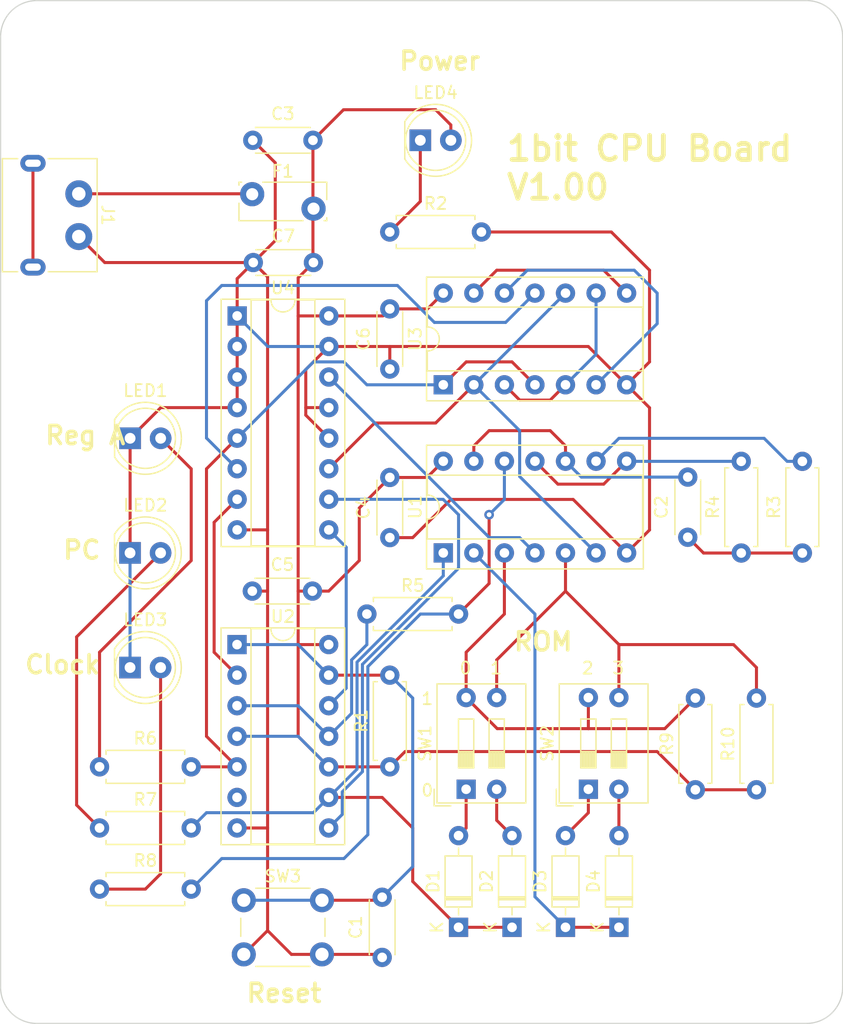
<source format=kicad_pcb>
(kicad_pcb (version 20240108) (generator "pcbnew") (generator_version "8.0")
  (layers (0 "F.Cu" signal) (31 "B.Cu" signal) (34 "B.Paste" user) (35 "F.Paste" user) (36 "B.SilkS" user "B.Silkscreen") (37 "F.SilkS" user "F.Silkscreen") (38 "B.Mask" user) (39 "F.Mask" user) (44 "Edge.Cuts" user))
  (net 0 "")
  (net 1 "Net-(U2A-~{R})")
  (net 2 "GND")
  (net 3 "Net-(C2-Pad1)")
  (net 4 "Net-(C2-Pad2)")
  (net 5 "+5V")
  (net 6 "Net-(D1-K)")
  (net 7 "Net-(D1-A)")
  (net 8 "Net-(D2-A)")
  (net 9 "Net-(D3-K)")
  (net 10 "Net-(D3-A)")
  (net 11 "Net-(D4-A)")
  (net 12 "Net-(LED1-A)")
  (net 13 "Net-(LED2-A)")
  (net 14 "Net-(LED3-A)")
  (net 15 "Net-(LED4-K)")
  (net 16 "Net-(R3-Pad2)")
  (net 17 "Net-(R4-Pad2)")
  (net 18 "Net-(U2A-C)")
  (net 19 "Net-(R5-Pad2)")
  (net 20 "Net-(U2A-Q)")
  (net 21 "Net-(R9-Pad2)")
  (net 22 "Net-(R10-Pad2)")
  (net 23 "Net-(U4-A)")
  (net 24 "Net-(U4-2C1)")
  (net 25 "Net-(U2A-D)")
  (net 27 "Net-(U2B-~{Q})")
  (net 28 "Net-(U2B-D)")
  (net 29 "Net-(U3-Pad3)")
  (net 30 "Net-(U3-Pad12)")
  (net 31 "Net-(U3-Pad13)")
  (net 32 "Net-(U4-1C0)")
  (net 33 "Net-(F1-Pad1)")
  (net 34 "unconnected-(J1-SHIELD-PadS1)")
  (footprint "Package_DIP:DIP-14_W7.62mm_Socket" (layer "F.Cu") (at 142.24 104.14 90)
    (property "Reference" "U1" (at 3.81 -2.33 90) (layer "F.SilkS"))
    (property "Value" "74HC04")
    (pad "1" thru_hole rect (at 0 0 90) (size 1.6 1.6) (drill 0.8) (layers "*.Cu" "*.Mask") (net 6 "Net-(D1-K)"))
    (pad "2" thru_hole oval (at 0 2.54 90) (size 1.6 1.6) (drill 0.8) (layers "*.Cu" "*.Mask") (net 9 "Net-(D3-K)"))
    (pad "3" thru_hole oval (at 0 5.08 90) (size 1.6 1.6) (drill 0.8) (layers "*.Cu" "*.Mask") (net 21 "Net-(R9-Pad2)"))
    (pad "4" thru_hole oval (at 0 7.62 90) (size 1.6 1.6) (drill 0.8) (layers "*.Cu" "*.Mask") (net 23 "Net-(U4-A)"))
    (pad "5" thru_hole oval (at 0 10.16 90) (size 1.6 1.6) (drill 0.8) (layers "*.Cu" "*.Mask") (net 22 "Net-(R10-Pad2)"))
    (pad "6" thru_hole oval (at 0 12.7 90) (size 1.6 1.6) (drill 0.8) (layers "*.Cu" "*.Mask") (net 24 "Net-(U4-2C1)"))
    (pad "7" thru_hole oval (at 0 15.24 90) (size 1.6 1.6) (drill 0.8) (layers "*.Cu" "*.Mask") (net 2 "GND"))
    (pad "8" thru_hole oval (at 7.62 15.24 90) (size 1.6 1.6) (drill 0.8) (layers "*.Cu" "*.Mask") (net 17 "Net-(R4-Pad2)"))
    (pad "9" thru_hole oval (at 7.62 12.7 90) (size 1.6 1.6) (drill 0.8) (layers "*.Cu" "*.Mask") (net 16 "Net-(R3-Pad2)"))
    (pad "10" thru_hole oval (at 7.62 10.16 90) (size 1.6 1.6) (drill 0.8) (layers "*.Cu" "*.Mask") (net 4 "Net-(C2-Pad2)"))
    (pad "11" thru_hole oval (at 7.62 7.62 90) (size 1.6 1.6) (drill 0.8) (layers "*.Cu" "*.Mask") (net 17 "Net-(R4-Pad2)"))
    (pad "12" thru_hole oval (at 7.62 5.08 90) (size 1.6 1.6) (drill 0.8) (layers "*.Cu" "*.Mask") (net 19 "Net-(R5-Pad2)"))
    (pad "13" thru_hole oval (at 7.62 2.54 90) (size 1.6 1.6) (drill 0.8) (layers "*.Cu" "*.Mask") (net 4 "Net-(C2-Pad2)"))
    (pad "14" thru_hole oval (at 7.62 0 90) (size 1.6 1.6) (drill 0.8) (layers "*.Cu" "*.Mask") (net 5 "+5V"))
  )
  (footprint "LED_THT:LED_D5.0mm" (layer "F.Cu") (at 116.2 113.665)
    (property "Reference" "LED3" (at 1.27 -3.96 0) (layer "F.SilkS"))
    (property "Value" "LED" (hide yes))
    (pad "1" thru_hole rect (at 0 0) (size 1.8 1.8) (drill 0.9) (layers "*.Cu" "*.Mask") (net 2 "GND"))
    (pad "2" thru_hole circle (at 2.54 0) (size 1.8 1.8) (drill 0.9) (layers "*.Cu" "*.Mask") (net 14 "Net-(LED3-A)"))
  )
  (footprint "Resistor_THT:R_Axial_DIN0207_L6.3mm_D2.5mm_P7.62mm_Horizontal" (layer "F.Cu") (at 167.01 104.15 90)
    (property "Reference" "R4" (at 3.81 -2.37 90) (layer "F.SilkS"))
    (property "Value" "47k")
    (pad "1" thru_hole circle (at 0 0 90) (size 1.6 1.6) (drill 0.8) (layers "*.Cu" "*.Mask") (net 3 "Net-(C2-Pad1)"))
    (pad "2" thru_hole oval (at 7.62 0 90) (size 1.6 1.6) (drill 0.8) (layers "*.Cu" "*.Mask") (net 17 "Net-(R4-Pad2)"))
  )
  (footprint "Capacitor_THT:C_Disc_D4.3mm_W1.9mm_P5.00mm" (layer "F.Cu") (at 126.445 80.01)
    (property "Reference" "C7" (at 2.5 -2.2 0) (layer "F.SilkS"))
    (property "Value" "0.1u")
    (pad "1" thru_hole circle (at 0 0) (size 1.6 1.6) (drill 0.8) (layers "*.Cu" "*.Mask") (net 2 "GND"))
    (pad "2" thru_hole circle (at 5 0) (size 1.6 1.6) (drill 0.8) (layers "*.Cu" "*.Mask") (net 5 "+5V"))
  )
  (footprint "MountingHole:MountingHole_3.2mm_M3" (layer "F.Cu") (at 171.44 62.24)
    (property "Reference" "H2" (hide yes))
    (property "Value" "M3" (hide yes))
    (pad "" np_thru_hole circle (at 0 0) (size 3.2 3.2) (drill 3.2) (layers "*.Cu" "*.Mask"))
  )
  (footprint "Diode_THT:D_DO-35_SOD27_P7.62mm_Horizontal" (layer "F.Cu") (at 152.4 135.255 90)
    (property "Reference" "D3" (at 3.81 -2.12 90) (layer "F.SilkS"))
    (property "Value" "1N4148")
    (fp_text user "K" (at 0 -1.8 90) (layer "F.SilkS"))
    (pad "1" thru_hole rect (at 0 0 90) (size 1.6 1.6) (drill 0.8) (layers "*.Cu" "*.Mask") (net 9 "Net-(D3-K)"))
    (pad "2" thru_hole oval (at 7.62 0 90) (size 1.6 1.6) (drill 0.8) (layers "*.Cu" "*.Mask") (net 10 "Net-(D3-A)"))
  )
  (footprint "LED_THT:LED_D5.0mm" (layer "F.Cu") (at 140.33 69.85)
    (property "Reference" "LED4" (at 1.27 -3.96 0) (layer "F.SilkS"))
    (property "Value" "LED" (hide yes))
    (pad "1" thru_hole rect (at 0 0) (size 1.8 1.8) (drill 0.9) (layers "*.Cu" "*.Mask") (net 15 "Net-(LED4-K)"))
    (pad "2" thru_hole circle (at 2.54 0) (size 1.8 1.8) (drill 0.9) (layers "*.Cu" "*.Mask") (net 5 "+5V"))
  )
  (footprint "Capacitor_THT:C_Disc_D4.3mm_W1.9mm_P5.00mm" (layer "F.Cu") (at 126.365 107.315)
    (property "Reference" "C5" (at 2.5 -2.2 0) (layer "F.SilkS"))
    (property "Value" "0.1u")
    (pad "1" thru_hole circle (at 0 0) (size 1.6 1.6) (drill 0.8) (layers "*.Cu" "*.Mask") (net 2 "GND"))
    (pad "2" thru_hole circle (at 5 0) (size 1.6 1.6) (drill 0.8) (layers "*.Cu" "*.Mask") (net 5 "+5V"))
  )
  (footprint "Resistor_THT:R_Axial_DIN0207_L6.3mm_D2.5mm_P7.62mm_Horizontal" (layer "F.Cu") (at 172.09 104.15 90)
    (property "Reference" "R3" (at 3.81 -2.37 90) (layer "F.SilkS"))
    (property "Value" "100k")
    (pad "1" thru_hole circle (at 0 0 90) (size 1.6 1.6) (drill 0.8) (layers "*.Cu" "*.Mask") (net 3 "Net-(C2-Pad1)"))
    (pad "2" thru_hole oval (at 7.62 0 90) (size 1.6 1.6) (drill 0.8) (layers "*.Cu" "*.Mask") (net 16 "Net-(R3-Pad2)"))
  )
  (footprint "Diode_THT:D_DO-35_SOD27_P7.62mm_Horizontal" (layer "F.Cu") (at 156.845 135.255 90)
    (property "Reference" "D4" (at 3.81 -2.12 90) (layer "F.SilkS"))
    (property "Value" "1N4148")
    (fp_text user "K" (at 0 -1.8 90) (layer "F.SilkS"))
    (pad "1" thru_hole rect (at 0 0 90) (size 1.6 1.6) (drill 0.8) (layers "*.Cu" "*.Mask") (net 9 "Net-(D3-K)"))
    (pad "2" thru_hole oval (at 7.62 0 90) (size 1.6 1.6) (drill 0.8) (layers "*.Cu" "*.Mask") (net 11 "Net-(D4-A)"))
  )
  (footprint "LED_THT:LED_D5.0mm" (layer "F.Cu") (at 116.205 94.615)
    (property "Reference" "LED1" (at 1.27 -3.96 0) (layer "F.SilkS"))
    (property "Value" "LED" (hide yes))
    (pad "1" thru_hole rect (at 0 0) (size 1.8 1.8) (drill 0.9) (layers "*.Cu" "*.Mask") (net 2 "GND"))
    (pad "2" thru_hole circle (at 2.54 0) (size 1.8 1.8) (drill 0.9) (layers "*.Cu" "*.Mask") (net 12 "Net-(LED1-A)"))
  )
  (footprint "Resistor_THT:R_Axial_DIN0207_L6.3mm_D2.5mm_P7.62mm_Horizontal" (layer "F.Cu") (at 163.195 123.825 90)
    (property "Reference" "R9" (at 3.81 -2.37 90) (layer "F.SilkS"))
    (property "Value" "10k")
    (pad "1" thru_hole circle (at 0 0 90) (size 1.6 1.6) (drill 0.8) (layers "*.Cu" "*.Mask") (net 5 "+5V"))
    (pad "2" thru_hole oval (at 7.62 0 90) (size 1.6 1.6) (drill 0.8) (layers "*.Cu" "*.Mask") (net 21 "Net-(R9-Pad2)"))
  )
  (footprint "Resistor_THT:R_Axial_DIN0207_L6.3mm_D2.5mm_P7.62mm_Horizontal" (layer "F.Cu") (at 113.665 132.08)
    (property "Reference" "R8" (at 3.81 -2.37 0) (layer "F.SilkS"))
    (property "Value" "1k")
    (pad "1" thru_hole circle (at 0 0) (size 1.6 1.6) (drill 0.8) (layers "*.Cu" "*.Mask") (net 14 "Net-(LED3-A)"))
    (pad "2" thru_hole oval (at 7.62 0) (size 1.6 1.6) (drill 0.8) (layers "*.Cu" "*.Mask") (net 19 "Net-(R5-Pad2)"))
  )
  (footprint "Button_Switch_THT:SW_DIP_SPSTx02_Slide_9.78x7.26mm_W7.62mm_P2.54mm" (layer "F.Cu") (at 144.14 123.7825 90)
    (property "Reference" "SW1" (at 3.81 -3.42 90) (layer "F.SilkS"))
    (property "Value" "SW" (hide yes))
    (pad "1" thru_hole rect (at 0 0 90) (size 1.6 1.6) (drill 0.8) (layers "*.Cu" "*.Mask") (net 7 "Net-(D1-A)"))
    (pad "2" thru_hole oval (at 0 2.54 90) (size 1.6 1.6) (drill 0.8) (layers "*.Cu" "*.Mask") (net 8 "Net-(D2-A)"))
    (pad "3" thru_hole oval (at 7.62 2.54 90) (size 1.6 1.6) (drill 0.8) (layers "*.Cu" "*.Mask") (net 22 "Net-(R10-Pad2)"))
    (pad "4" thru_hole oval (at 7.62 0 90) (size 1.6 1.6) (drill 0.8) (layers "*.Cu" "*.Mask") (net 21 "Net-(R9-Pad2)"))
  )
  (footprint "MountingHole:MountingHole_3.2mm_M3" (layer "F.Cu") (at 109.44 62.24)
    (property "Reference" "H1" (hide yes))
    (property "Value" "M3" (hide yes))
    (pad "" np_thru_hole circle (at 0 0) (size 3.2 3.2) (drill 3.2) (layers "*.Cu" "*.Mask"))
  )
  (footprint "Package_DIP:DIP-16_W7.62mm_Socket" (layer "F.Cu") (at 125.105 84.445)
    (property "Reference" "U4" (at 3.81 -2.33 0) (layer "F.SilkS"))
    (property "Value" "74HC153")
    (pad "1" thru_hole rect (at 0 0) (size 1.6 1.6) (drill 0.8) (layers "*.Cu" "*.Mask") (net 2 "GND"))
    (pad "2" thru_hole oval (at 0 2.54) (size 1.6 1.6) (drill 0.8) (layers "*.Cu" "*.Mask") (net 2 "GND"))
    (pad "3" thru_hole oval (at 0 5.08) (size 1.6 1.6) (drill 0.8) (layers "*.Cu" "*.Mask") (net 2 "GND"))
    (pad "4" thru_hole oval (at 0 7.62) (size 1.6 1.6) (drill 0.8) (layers "*.Cu" "*.Mask") (net 2 "GND"))
    (pad "5" thru_hole oval (at 0 10.16) (size 1.6 1.6) (drill 0.8) (layers "*.Cu" "*.Mask") (net 20 "Net-(U2A-Q)"))
    (pad "6" thru_hole oval (at 0 12.7) (size 1.6 1.6) (drill 0.8) (layers "*.Cu" "*.Mask") (net 32 "Net-(U4-1C0)"))
    (pad "7" thru_hole oval (at 0 15.24) (size 1.6 1.6) (drill 0.8) (layers "*.Cu" "*.Mask") (net 25 "Net-(U2A-D)"))
    (pad "8" thru_hole oval (at 0 17.78) (size 1.6 1.6) (drill 0.8) (layers "*.Cu" "*.Mask") (net 2 "GND"))
    (pad "9" thru_hole oval (at 7.62 17.78) (size 1.6 1.6) (drill 0.8) (layers "*.Cu" "*.Mask") (net 28 "Net-(U2B-D)"))
    (pad "10" thru_hole oval (at 7.62 15.24) (size 1.6 1.6) (drill 0.8) (layers "*.Cu" "*.Mask") (net 27 "Net-(U2B-~{Q})"))
    (pad "11" thru_hole oval (at 7.62 12.7) (size 1.6 1.6) (drill 0.8) (layers "*.Cu" "*.Mask") (net 24 "Net-(U4-2C1)"))
    (pad "12" thru_hole oval (at 7.62 10.16) (size 1.6 1.6) (drill 0.8) (layers "*.Cu" "*.Mask") (net 2 "GND"))
    (pad "13" thru_hole oval (at 7.62 7.62) (size 1.6 1.6) (drill 0.8) (layers "*.Cu" "*.Mask") (net 2 "GND"))
    (pad "14" thru_hole oval (at 7.62 5.08) (size 1.6 1.6) (drill 0.8) (layers "*.Cu" "*.Mask") (net 23 "Net-(U4-A)"))
    (pad "15" thru_hole oval (at 7.62 2.54) (size 1.6 1.6) (drill 0.8) (layers "*.Cu" "*.Mask") (net 2 "GND"))
    (pad "16" thru_hole oval (at 7.62 0) (size 1.6 1.6) (drill 0.8) (layers "*.Cu" "*.Mask") (net 5 "+5V"))
  )
  (footprint "Package_DIP:DIP-14_W7.62mm_Socket" (layer "F.Cu") (at 125.095 111.76)
    (property "Reference" "U2" (at 3.81 -2.33 0) (layer "F.SilkS"))
    (property "Value" "74HC74")
    (pad "1" thru_hole rect (at 0 0) (size 1.6 1.6) (drill 0.8) (layers "*.Cu" "*.Mask") (net 1 "Net-(U2A-~{R})"))
    (pad "2" thru_hole oval (at 0 2.54) (size 1.6 1.6) (drill 0.8) (layers "*.Cu" "*.Mask") (net 25 "Net-(U2A-D)"))
    (pad "3" thru_hole oval (at 0 5.08) (size 1.6 1.6) (drill 0.8) (layers "*.Cu" "*.Mask") (net 18 "Net-(U2A-C)"))
    (pad "4" thru_hole oval (at 0 7.62) (size 1.6 1.6) (drill 0.8) (layers "*.Cu" "*.Mask") (net 5 "+5V"))
    (pad "5" thru_hole oval (at 0 10.16) (size 1.6 1.6) (drill 0.8) (layers "*.Cu" "*.Mask") (net 20 "Net-(U2A-Q)"))
    (pad "6" thru_hole oval (at 0 12.7) (size 1.6 1.6) (drill 0.8) (layers "*.Cu" "*.Mask"))
    (pad "7" thru_hole oval (at 0 15.24) (size 1.6 1.6) (drill 0.8) (layers "*.Cu" "*.Mask") (net 2 "GND"))
    (pad "8" thru_hole oval (at 7.62 15.24) (size 1.6 1.6) (drill 0.8) (layers "*.Cu" "*.Mask") (net 27 "Net-(U2B-~{Q})"))
    (pad "9" thru_hole oval (at 7.62 12.7) (size 1.6 1.6) (drill 0.8) (layers "*.Cu" "*.Mask") (net 6 "Net-(D1-K)"))
    (pad "10" thru_hole oval (at 7.62 10.16) (size 1.6 1.6) (drill 0.8) (layers "*.Cu" "*.Mask") (net 5 "+5V"))
    (pad "11" thru_hole oval (at 7.62 7.62) (size 1.6 1.6) (drill 0.8) (layers "*.Cu" "*.Mask") (net 18 "Net-(U2A-C)"))
    (pad "12" thru_hole oval (at 7.62 5.08) (size 1.6 1.6) (drill 0.8) (layers "*.Cu" "*.Mask") (net 28 "Net-(U2B-D)"))
    (pad "13" thru_hole oval (at 7.62 2.54) (size 1.6 1.6) (drill 0.8) (layers "*.Cu" "*.Mask") (net 1 "Net-(U2A-~{R})"))
    (pad "14" thru_hole oval (at 7.62 0) (size 1.6 1.6) (drill 0.8) (layers "*.Cu" "*.Mask") (net 5 "+5V"))
  )
  (footprint "Button_Switch_THT:SW_DIP_SPSTx02_Slide_9.78x7.26mm_W7.62mm_P2.54mm" (layer "F.Cu") (at 154.3 123.7825 90)
    (property "Reference" "SW2" (at 3.81 -3.42 90) (layer "F.SilkS"))
    (property "Value" "SW" (hide yes))
    (pad "1" thru_hole rect (at 0 0 90) (size 1.6 1.6) (drill 0.8) (layers "*.Cu" "*.Mask") (net 10 "Net-(D3-A)"))
    (pad "2" thru_hole oval (at 0 2.54 90) (size 1.6 1.6) (drill 0.8) (layers "*.Cu" "*.Mask") (net 11 "Net-(D4-A)"))
    (pad "3" thru_hole oval (at 7.62 2.54 90) (size 1.6 1.6) (drill 0.8) (layers "*.Cu" "*.Mask") (net 22 "Net-(R10-Pad2)"))
    (pad "4" thru_hole oval (at 7.62 0 90) (size 1.6 1.6) (drill 0.8) (layers "*.Cu" "*.Mask") (net 21 "Net-(R9-Pad2)"))
  )
  (footprint "Diode_THT:D_DO-35_SOD27_P7.62mm_Horizontal" (layer "F.Cu") (at 147.955 135.255 90)
    (property "Reference" "D2" (at 3.81 -2.12 90) (layer "F.SilkS"))
    (property "Value" "1N4148")
    (fp_text user "K" (at 0 -1.8 90) (layer "F.SilkS"))
    (pad "1" thru_hole rect (at 0 0 90) (size 1.6 1.6) (drill 0.8) (layers "*.Cu" "*.Mask") (net 6 "Net-(D1-K)"))
    (pad "2" thru_hole oval (at 7.62 0 90) (size 1.6 1.6) (drill 0.8) (layers "*.Cu" "*.Mask") (net 8 "Net-(D2-A)"))
  )
  (footprint "Resistor_THT:R_Axial_DIN0207_L6.3mm_D2.5mm_P7.62mm_Horizontal" (layer "F.Cu") (at 137.795 121.92 90)
    (property "Reference" "R1" (at 3.81 -2.37 90) (layer "F.SilkS"))
    (property "Value" "10k")
    (pad "1" thru_hole circle (at 0 0 90) (size 1.6 1.6) (drill 0.8) (layers "*.Cu" "*.Mask") (net 5 "+5V"))
    (pad "2" thru_hole oval (at 7.62 0 90) (size 1.6 1.6) (drill 0.8) (layers "*.Cu" "*.Mask") (net 1 "Net-(U2A-~{R})"))
  )
  (footprint "LED_THT:LED_D5.0mm" (layer "F.Cu") (at 116.2 104.14)
    (property "Reference" "LED2" (at 1.27 -3.96 0) (layer "F.SilkS"))
    (property "Value" "LED" (hide yes))
    (pad "1" thru_hole rect (at 0 0) (size 1.8 1.8) (drill 0.9) (layers "*.Cu" "*.Mask") (net 2 "GND"))
    (pad "2" thru_hole circle (at 2.54 0) (size 1.8 1.8) (drill 0.9) (layers "*.Cu" "*.Mask") (net 13 "Net-(LED2-A)"))
  )
  (footprint "Capacitor_THT:C_Disc_D4.3mm_W1.9mm_P5.00mm" (layer "F.Cu") (at 137.795 102.87 90)
    (property "Reference" "C4" (at 2.5 -2.2 90) (layer "F.SilkS"))
    (property "Value" "0.1u")
    (pad "1" thru_hole circle (at 0 0 90) (size 1.6 1.6) (drill 0.8) (layers "*.Cu" "*.Mask") (net 2 "GND"))
    (pad "2" thru_hole circle (at 5 0 90) (size 1.6 1.6) (drill 0.8) (layers "*.Cu" "*.Mask") (net 5 "+5V"))
  )
  (footprint "Resistor_THT:R_Axial_DIN0207_L6.3mm_D2.5mm_P7.62mm_Horizontal" (layer "F.Cu") (at 135.89 109.22)
    (property "Reference" "R5" (at 3.81 -2.37 0) (layer "F.SilkS"))
    (property "Value" "10k")
    (pad "1" thru_hole circle (at 0 0) (size 1.6 1.6) (drill 0.8) (layers "*.Cu" "*.Mask") (net 18 "Net-(U2A-C)"))
    (pad "2" thru_hole oval (at 7.62 0) (size 1.6 1.6) (drill 0.8) (layers "*.Cu" "*.Mask") (net 19 "Net-(R5-Pad2)"))
  )
  (footprint "Resistor_THT:R_Axial_DIN0207_L6.3mm_D2.5mm_P7.62mm_Horizontal" (layer "F.Cu") (at 113.665 127)
    (property "Reference" "R7" (at 3.81 -2.37 0) (layer "F.SilkS"))
    (property "Value" "1k")
    (pad "1" thru_hole circle (at 0 0) (size 1.6 1.6) (drill 0.8) (layers "*.Cu" "*.Mask") (net 13 "Net-(LED2-A)"))
    (pad "2" thru_hole oval (at 7.62 0) (size 1.6 1.6) (drill 0.8) (layers "*.Cu" "*.Mask") (net 6 "Net-(D1-K)"))
  )
  (footprint "Button_Switch_THT:SW_PUSH_6mm" (layer "F.Cu") (at 125.655 133.005)
    (property "Reference" "SW3" (at 3.25 -2 0) (layer "F.SilkS"))
    (property "Value" "SW_Push" (hide yes))
    (pad "1" thru_hole circle (at 0 0 90) (size 2 2) (drill 1.1) (layers "*.Cu" "*.Mask") (net 1 "Net-(U2A-~{R})"))
    (pad "1" thru_hole circle (at 6.5 0 90) (size 2 2) (drill 1.1) (layers "*.Cu" "*.Mask") (net 1 "Net-(U2A-~{R})"))
    (pad "2" thru_hole circle (at 0 4.5 90) (size 2 2) (drill 1.1) (layers "*.Cu" "*.Mask") (net 2 "GND"))
    (pad "2" thru_hole circle (at 6.5 4.5 90) (size 2 2) (drill 1.1) (layers "*.Cu" "*.Mask") (net 2 "GND"))
  )
  (footprint "Library:USB_C_PowerOnly" (layer "F.Cu") (at 109.527 76.073 -90)
    (property "Reference" "J1" (at 0 -4.826 -90) (layer "F.SilkS"))
    (property "Value" "USBTypeC")
    (pad "A9" thru_hole circle (at -1.778 -2.413 270) (size 2.24 2.24) (drill 1.12) (layers "*.Cu" "*.Mask") (net 33 "Net-(F1-Pad1)"))
    (pad "A12" thru_hole circle (at 1.778 -2.413 270) (size 2.24 2.24) (drill 1.12) (layers "*.Cu" "*.Mask") (net 2 "GND"))
    (pad "S1" thru_hole oval (at -4.318 1.397 270) (size 1.4 2.1) (drill oval 0.6 1.3) (layers "*.Cu" "*.Mask") (net 34 "unconnected-(J1-SHIELD-PadS1)"))
    (pad "S1" thru_hole oval (at 4.318 1.397 270) (size 1.4 2.1) (drill oval 0.6 1.3) (layers "*.Cu" "*.Mask") (net 34 "unconnected-(J1-SHIELD-PadS1)"))
  )
  (footprint "MountingHole:MountingHole_3.2mm_M3" (layer "F.Cu") (at 109.44 139.24)
    (property "Reference" "H4" (hide yes))
    (property "Value" "M3" (hide yes))
    (pad "" np_thru_hole circle (at 0 0) (size 3.2 3.2) (drill 3.2) (layers "*.Cu" "*.Mask"))
  )
  (footprint "Package_DIP:DIP-14_W7.62mm_Socket" (layer "F.Cu") (at 142.24 90.17 90)
    (property "Reference" "U3" (at 3.81 -2.33 90) (layer "F.SilkS"))
    (property "Value" "74HC00")
    (pad "1" thru_hole rect (at 0 0 90) (size 1.6 1.6) (drill 0.8) (layers "*.Cu" "*.Mask") (net 20 "Net-(U2A-Q)"))
    (pad "2" thru_hole oval (at 0 2.54 90) (size 1.6 1.6) (drill 0.8) (layers "*.Cu" "*.Mask") (net 24 "Net-(U4-2C1)"))
    (pad "3" thru_hole oval (at 0 5.08 90) (size 1.6 1.6) (drill 0.8) (layers "*.Cu" "*.Mask") (net 29 "Net-(U3-Pad3)"))
    (pad "4" thru_hole oval (at 0 7.62 90) (size 1.6 1.6) (drill 0.8) (layers "*.Cu" "*.Mask") (net 20 "Net-(U2A-Q)"))
    (pad "5" thru_hole oval (at 0 10.16 90) (size 1.6 1.6) (drill 0.8) (layers "*.Cu" "*.Mask") (net 29 "Net-(U3-Pad3)"))
    (pad "6" thru_hole oval (at 0 12.7 90) (size 1.6 1.6) (drill 0.8) (layers "*.Cu" "*.Mask") (net 30 "Net-(U3-Pad12)"))
    (pad "7" thru_hole oval (at 0 15.24 90) (size 1.6 1.6) (drill 0.8) (layers "*.Cu" "*.Mask") (net 2 "GND"))
    (pad "8" thru_hole oval (at 7.62 15.24 90) (size 1.6 1.6) (drill 0.8) (layers "*.Cu" "*.Mask") (net 31 "Net-(U3-Pad13)"))
    (pad "9" thru_hole oval (at 7.62 12.7 90) (size 1.6 1.6) (drill 0.8) (layers "*.Cu" "*.Mask") (net 29 "Net-(U3-Pad3)"))
    (pad "10" thru_hole oval (at 7.62 10.16 90) (size 1.6 1.6) (drill 0.8) (layers "*.Cu" "*.Mask") (net 24 "Net-(U4-2C1)"))
    (pad "11" thru_hole oval (at 7.62 7.62 90) (size 1.6 1.6) (drill 0.8) (layers "*.Cu" "*.Mask") (net 32 "Net-(U4-1C0)"))
    (pad "12" thru_hole oval (at 7.62 5.08 90) (size 1.6 1.6) (drill 0.8) (layers "*.Cu" "*.Mask") (net 30 "Net-(U3-Pad12)"))
    (pad "13" thru_hole oval (at 7.62 2.54 90) (size 1.6 1.6) (drill 0.8) (layers "*.Cu" "*.Mask") (net 31 "Net-(U3-Pad13)"))
    (pad "14" thru_hole oval (at 7.62 0 90) (size 1.6 1.6) (drill 0.8) (layers "*.Cu" "*.Mask") (net 5 "+5V"))
  )
  (footprint "Capacitor_THT:C_Disc_D4.3mm_W1.9mm_P5.00mm" (layer "F.Cu") (at 162.565 102.84 90)
    (property "Reference" "C2" (at 2.5 -2.2 90) (layer "F.SilkS"))
    (property "Value" "10μ")
    (pad "1" thru_hole circle (at 0 0 90) (size 1.6 1.6) (drill 0.8) (layers "*.Cu" "*.Mask") (net 3 "Net-(C2-Pad1)"))
    (pad "2" thru_hole circle (at 5 0 90) (size 1.6 1.6) (drill 0.8) (layers "*.Cu" "*.Mask") (net 4 "Net-(C2-Pad2)"))
  )
  (footprint "Capacitor_THT:C_Disc_D4.3mm_W1.9mm_P5.00mm" (layer "F.Cu") (at 137.16 137.755 90)
    (property "Reference" "C1" (at 2.5 -2.2 90) (layer "F.SilkS"))
    (property "Value" "0.1u")
    (pad "1" thru_hole circle (at 0 0 90) (size 1.6 1.6) (drill 0.8) (layers "*.Cu" "*.Mask") (net 2 "GND"))
    (pad "2" thru_hole circle (at 5 0 90) (size 1.6 1.6) (drill 0.8) (layers "*.Cu" "*.Mask") (net 1 "Net-(U2A-~{R})"))
  )
  (footprint "Fuse:Fuse_Bourns_MF-RG300" (layer "F.Cu") (at 126.355 74.33)
    (property "Reference" "F1" (at 2.55 -1.9 0) (layer "F.SilkS"))
    (property "Value" "100mA")
    (pad "1" thru_hole circle (at 0 0) (size 2.01 2.01) (drill 1.01) (layers "*.Cu" "*.Mask") (net 33 "Net-(F1-Pad1)"))
    (pad "2" thru_hole circle (at 5.1 1.2) (size 2.01 2.01) (drill 1.01) (layers "*.Cu" "*.Mask") (net 5 "+5V"))
  )
  (footprint "Capacitor_THT:C_Disc_D4.3mm_W1.9mm_P5.00mm" (layer "F.Cu") (at 126.405 69.85)
    (property "Reference" "C3" (at 2.5 -2.2 0) (layer "F.SilkS"))
    (property "Value" "10u")
    (pad "1" thru_hole circle (at 0 0) (size 1.6 1.6) (drill 0.8) (layers "*.Cu" "*.Mask") (net 2 "GND"))
    (pad "2" thru_hole circle (at 5 0) (size 1.6 1.6) (drill 0.8) (layers "*.Cu" "*.Mask") (net 5 "+5V"))
  )
  (footprint "Capacitor_THT:C_Disc_D4.3mm_W1.9mm_P5.00mm" (layer "F.Cu") (at 137.795 88.86 90)
    (property "Reference" "C6" (at 2.5 -2.2 90) (layer "F.SilkS"))
    (property "Value" "0.1u")
    (pad "1" thru_hole circle (at 0 0 90) (size 1.6 1.6) (drill 0.8) (layers "*.Cu" "*.Mask") (net 2 "GND"))
    (pad "2" thru_hole circle (at 5 0 90) (size 1.6 1.6) (drill 0.8) (layers "*.Cu" "*.Mask") (net 5 "+5V"))
  )
  (footprint "Diode_THT:D_DO-35_SOD27_P7.62mm_Horizontal" (layer "F.Cu") (at 143.51 135.255 90)
    (property "Reference" "D1" (at 3.81 -2.12 90) (layer "F.SilkS"))
    (property "Value" "1N4148")
    (fp_text user "K" (at 0 -1.8 90) (layer "F.SilkS"))
    (pad "1" thru_hole rect (at 0 0 90) (size 1.6 1.6) (drill 0.8) (layers "*.Cu" "*.Mask") (net 6 "Net-(D1-K)"))
    (pad "2" thru_hole oval (at 7.62 0 90) (size 1.6 1.6) (drill 0.8) (layers "*.Cu" "*.Mask") (net 7 "Net-(D1-A)"))
  )
  (footprint "Resistor_THT:R_Axial_DIN0207_L6.3mm_D2.5mm_P7.62mm_Horizontal" (layer "F.Cu") (at 168.275 123.825 90)
    (property "Reference" "R10" (at 3.81 -2.37 90) (layer "F.SilkS"))
    (property "Value" "10k")
    (pad "1" thru_hole circle (at 0 0 90) (size 1.6 1.6) (drill 0.8) (layers "*.Cu" "*.Mask") (net 5 "+5V"))
    (pad "2" thru_hole oval (at 7.62 0 90) (size 1.6 1.6) (drill 0.8) (layers "*.Cu" "*.Mask") (net 22 "Net-(R10-Pad2)"))
  )
  (footprint "Resistor_THT:R_Axial_DIN0207_L6.3mm_D2.5mm_P7.62mm_Horizontal" (layer "F.Cu") (at 137.79 77.47)
    (property "Reference" "R2" (at 3.81 -2.37 0) (layer "F.SilkS"))
    (property "Value" "1k")
    (pad "1" thru_hole circle (at 0 0) (size 1.6 1.6) (drill 0.8) (layers "*.Cu" "*.Mask") (net 15 "Net-(LED4-K)"))
    (pad "2" thru_hole oval (at 7.62 0) (size 1.6 1.6) (drill 0.8) (layers "*.Cu" "*.Mask") (net 2 "GND"))
  )
  (footprint "Resistor_THT:R_Axial_DIN0207_L6.3mm_D2.5mm_P7.62mm_Horizontal" (layer "F.Cu") (at 113.665 121.92)
    (property "Reference" "R6" (at 3.81 -2.37 0) (layer "F.SilkS"))
    (property "Value" "1k")
    (pad "1" thru_hole circle (at 0 0) (size 1.6 1.6) (drill 0.8) (layers "*.Cu" "*.Mask") (net 12 "Net-(LED1-A)"))
    (pad "2" thru_hole oval (at 7.62 0) (size 1.6 1.6) (drill 0.8) (layers "*.Cu" "*.Mask") (net 20 "Net-(U2A-Q)"))
  )
  (footprint "MountingHole:MountingHole_3.2mm_M3" (layer "F.Cu") (at 171.44 139.24)
    (property "Reference" "H3" (hide yes))
    (property "Value" "M3" (hide yes))
    (pad "" np_thru_hole circle (at 0 0) (size 3.2 3.2) (drill 3.2) (layers "*.Cu" "*.Mask"))
  )
  (gr_arc (start 105.44 61.24) (mid 106.31868 59.11868) (end 108.44 58.24) (stroke (width 0.1)) (layer "Edge.Cuts"))
  (gr_line (start 105.44 140.24) (end 105.44 61.24) (stroke (width 0.1)) (layer "Edge.Cuts"))
  (gr_line (start 172.44 143.24) (end 108.44 143.24) (stroke (width 0.1)) (layer "Edge.Cuts"))
  (gr_arc (start 172.44 58.24) (mid 174.56132 59.11868) (end 175.44 61.24) (stroke (width 0.1)) (layer "Edge.Cuts"))
  (gr_arc (start 175.44 140.24) (mid 174.56132 142.36132) (end 172.44 143.24) (stroke (width 0.1)) (layer "Edge.Cuts"))
  (gr_arc (start 108.44 143.24) (mid 106.31868 142.36132) (end 105.44 140.24) (stroke (width 0.1)) (layer "Edge.Cuts"))
  (gr_line (start 175.44 61.24) (end 175.44 140.24) (stroke (width 0.1)) (layer "Edge.Cuts"))
  (gr_line (start 108.44 58.24) (end 172.44 58.24) (stroke (width 0.1)) (layer "Edge.Cuts"))
  (gr_text "0" (at 140.335 124.46 0) (layer "F.SilkS") (effects (font (size 1 1)) (justify left bottom)))
  (gr_text "3" (at 156.21 114.3 0) (layer "F.SilkS") (effects (font (size 1 1)) (justify left bottom)))
  (gr_text "Clock" (at 107.315 114.3 0) (layer "F.SilkS") (effects (font (size 1.5 1.5) (thickness 0.3) (bold yes)) (justify left bottom)))
  (gr_text "Reg A" (at 109 95.25 0) (layer "F.SilkS") (effects (font (size 1.5 1.5) (thickness 0.3) (bold yes)) (justify left bottom)))
  (gr_text "Reset" (at 125.73 141.605 0) (layer "F.SilkS") (effects (font (size 1.5 1.5) (thickness 0.3) (bold yes)) (justify left bottom)))
  (gr_text "1" (at 146.05 114.3 0) (layer "F.SilkS") (effects (font (size 1 1)) (justify left bottom)))
  (gr_text "ROM" (at 147.955 112.395 0) (layer "F.SilkS") (effects (font (size 1.5 1.5) (thickness 0.3) (bold yes)) (justify left bottom)))
  (gr_text "1" (at 140.335 116.84 0) (layer "F.SilkS") (effects (font (size 1 1)) (justify left bottom)))
  (gr_text "1bit CPU Board\nV1.00" (at 147.32 74.93 0) (layer "F.SilkS") (effects (font (size 2 2) (thickness 0.4) (bold yes)) (justify left bottom)))
  (gr_text "Power" (at 138.43 64.135 0) (layer "F.SilkS") (effects (font (size 1.5 1.5) (thickness 0.3) (bold yes)) (justify left bottom)))
  (gr_text "2" (at 153.67 114.3 0) (layer "F.SilkS") (effects (font (size 1 1)) (justify left bottom)))
  (gr_text "0" (at 143.51 114.3 0) (layer "F.SilkS") (effects (font (size 1 1)) (justify left bottom)))
  (gr_text "PC" (at 110.49 104.775 0) (layer "F.SilkS") (effects (font (size 1.5 1.5) (thickness 0.3) (bold yes)) (justify left bottom)))
  (segment (start 132.155 133.005) (end 136.91 133.005) (width 0.25) (layer "F.Cu") (net 1))
  (segment (start 132.715 114.3) (end 137.795 114.3) (width 0.25) (layer "F.Cu") (net 1))
  (segment (start 136.91 133.005) (end 137.16 132.755) (width 0.25) (layer "F.Cu") (net 1))
  (segment (start 139.7 116.205) (end 137.795 114.3) (width 0.25) (layer "B.Cu") (net 1))
  (segment (start 125.655 133.005) (end 132.155 133.005) (width 0.25) (layer "B.Cu") (net 1))
  (segment (start 125.095 111.76) (end 130.175 111.76) (width 0.25) (layer "B.Cu") (net 1))
  (segment (start 137.16 132.755) (end 139.7 130.215) (width 0.25) (layer "B.Cu") (net 1))
  (segment (start 139.7 130.215) (end 139.7 116.205) (width 0.25) (layer "B.Cu") (net 1))
  (segment (start 130.175 111.76) (end 132.715 114.3) (width 0.25) (layer "B.Cu") (net 1))
  (segment (start 130.81 92.69) (end 132.725 94.605) (width 0.25) (layer "F.Cu") (net 2))
  (segment (start 157.48 90.17) (end 159.385 92.075) (width 0.25) (layer "F.Cu") (net 2))
  (segment (start 132.725 86.985) (end 130.81 88.9) (width 0.25) (layer "F.Cu") (net 2))
  (segment (start 114.099 80.01) (end 111.94 77.851) (width 0.25) (layer "F.Cu") (net 2))
  (segment (start 116.205 94.615) (end 118.755 92.065) (width 0.25) (layer "F.Cu") (net 2))
  (segment (start 118.755 92.065) (end 125.105 92.065) (width 0.25) (layer "F.Cu") (net 2))
  (segment (start 128.27 71.715) (end 128.27 78.185) (width 0.25) (layer "F.Cu") (net 2))
  (segment (start 127.635 102.235) (end 127.635 107.315) (width 0.25) (layer "F.Cu") (net 2))
  (segment (start 125.095 127) (end 127.635 127) (width 0.25) (layer "F.Cu") (net 2))
  (segment (start 125.105 102.225) (end 127.625 102.225) (width 0.25) (layer "F.Cu") (net 2))
  (segment (start 132.155 137.505) (end 136.91 137.505) (width 0.25) (layer "F.Cu") (net 2))
  (segment (start 132.725 92.065) (end 130.82 92.065) (width 0.25) (layer "F.Cu") (net 2))
  (segment (start 130.81 88.9) (end 130.81 92.075) (width 0.25) (layer "F.Cu") (net 2))
  (segment (start 159.385 102.235) (end 157.48 104.14) (width 0.25) (layer "F.Cu") (net 2))
  (segment (start 137.795 102.87) (end 139.7 102.87) (width 0.25) (layer "F.Cu") (net 2))
  (segment (start 126.405 69.85) (end 128.27 71.715) (width 0.25) (layer "F.Cu") (net 2))
  (segment (start 130.81 92.075) (end 130.81 92.69) (width 0.25) (layer "F.Cu") (net 2))
  (segment (start 132.725 86.985) (end 137.795 86.985) (width 0.25) (layer "F.Cu") (net 2))
  (segment (start 159.385 80.645) (end 159.385 88.265) (width 0.25) (layer "F.Cu") (net 2))
  (segment (start 127.625 102.225) (end 127.635 102.235) (width 0.25) (layer "F.Cu") (net 2))
  (segment (start 125.105 81.35) (end 126.445 80.01) (width 0.25) (layer "F.Cu") (net 2))
  (segment (start 159.385 88.265) (end 157.48 90.17) (width 0.25) (layer "F.Cu") (net 2))
  (segment (start 154.295 86.985) (end 157.48 90.17) (width 0.25) (layer "F.Cu") (net 2))
  (segment (start 137.795 86.985) (end 154.295 86.985) (width 0.25) (layer "F.Cu") (net 2))
  (segment (start 127.635 81.2) (end 127.635 102.235) (width 0.25) (layer "F.Cu") (net 2))
  (segment (start 128.27 78.185) (end 126.445 80.01) (width 0.25) (layer "F.Cu") (net 2))
  (segment (start 127.635 135.525) (end 125.655 137.505) (width 0.25) (layer "F.Cu") (net 2))
  (segment (start 127.635 107.315) (end 127.635 127) (width 0.25) (layer "F.Cu") (net 2))
  (segment (start 137.795 88.86) (end 137.795 86.985) (width 0.25) (layer "F.Cu") (net 2))
  (segment (start 159.385 92.075) (end 159.385 102.235) (width 0.25) (layer "F.Cu") (net 2))
  (segment (start 126.445 80.01) (end 127.635 81.2) (width 0.25) (layer "F.Cu") (net 2))
  (segment (start 126.445 80.01) (end 114.099 80.01) (width 0.25) (layer "F.Cu") (net 2))
  (segment (start 125.105 84.445) (end 125.105 81.35) (width 0.25) (layer "F.Cu") (net 2))
  (segment (start 153.035 99.695) (end 157.48 104.14) (width 0.25) (layer "F.Cu") (net 2))
  (segment (start 136.91 137.505) (end 137.16 137.755) (width 0.25) (layer "F.Cu") (net 2))
  (segment (start 130.82 92.065) (end 130.81 92.075) (width 0.25) (layer "F.Cu") (net 2))
  (segment (start 145.41 77.47) (end 156.21 77.47) (width 0.25) (layer "F.Cu") (net 2))
  (segment (start 142.875 99.695) (end 153.035 99.695) (width 0.25) (layer "F.Cu") (net 2))
  (segment (start 132.155 137.505) (end 129.615 137.505) (width 0.25) (layer "F.Cu") (net 2))
  (segment (start 156.21 77.47) (end 159.385 80.645) (width 0.25) (layer "F.Cu") (net 2))
  (segment (start 116.205 94.615) (end 116.205 104.135) (width 0.25) (layer "F.Cu") (net 2))
  (segment (start 126.365 107.315) (end 127.635 107.315) (width 0.25) (layer "F.Cu") (net 2))
  (segment (start 129.615 137.505) (end 127.635 135.525) (width 0.25) (layer "F.Cu") (net 2))
  (segment (start 139.7 102.87) (end 142.875 99.695) (width 0.25) (layer "F.Cu") (net 2))
  (segment (start 127.635 127) (end 127.635 135.525) (width 0.25) (layer "F.Cu") (net 2))
  (segment (start 116.205 104.135) (end 116.2 104.14) (width 0.25) (layer "F.Cu") (net 2))
  (segment (start 125.105 84.445) (end 125.105 92.065) (width 0.25) (layer "F.Cu") (net 2))
  (segment (start 127.645 86.985) (end 125.105 84.445) (width 0.25) (layer "B.Cu") (net 2))
  (segment (start 132.725 86.985) (end 127.645 86.985) (width 0.25) (layer "B.Cu") (net 2))
  (segment (start 116.2 104.14) (end 116.2 113.665) (width 0.25) (layer "B.Cu") (net 2))
  (segment (start 167.01 104.15) (end 163.875 104.15) (width 0.25) (layer "F.Cu") (net 3))
  (segment (start 172.09 104.15) (end 167.01 104.15) (width 0.25) (layer "F.Cu") (net 3))
  (segment (start 163.875 104.15) (end 162.565 102.84) (width 0.25) (layer "F.Cu") (net 3))
  (segment (start 144.78 96.52) (end 144.78 95.25) (width 0.25) (layer "F.Cu") (net 4))
  (segment (start 144.78 95.25) (end 146.05 93.98) (width 0.25) (layer "F.Cu") (net 4))
  (segment (start 151.13 93.98) (end 152.4 95.25) (width 0.25) (layer "F.Cu") (net 4))
  (segment (start 152.4 95.25) (end 152.4 96.52) (width 0.25) (layer "F.Cu") (net 4))
  (segment (start 146.05 93.98) (end 151.13 93.98) (width 0.25) (layer "F.Cu") (net 4))
  (segment (start 153.72 97.84) (end 152.4 96.52) (width 0.25) (layer "B.Cu") (net 4))
  (segment (start 162.565 97.84) (end 153.72 97.84) (width 0.25) (layer "B.Cu") (net 4))
  (segment (start 131.365 107.315) (end 132.715 107.315) (width 0.25) (layer "F.Cu") (net 5))
  (segment (start 135.255 100.41) (end 137.795 97.87) (width 0.25) (layer "F.Cu") (net 5))
  (segment (start 132.725 84.445) (end 137.21 84.445) (width 0.25) (layer "F.Cu") (net 5))
  (segment (start 130.175 107.315) (end 130.175 111.76) (width 0.25) (layer "F.Cu") (net 5))
  (segment (start 132.725 84.445) (end 130.185 84.445) (width 0.25) (layer "F.Cu") (net 5))
  (segment (start 130.185 84.445) (end 130.175 84.455) (width 0.25) (layer "F.Cu") (net 5))
  (segment (start 137.21 84.445) (end 137.795 83.86) (width 0.25) (layer "F.Cu") (net 5))
  (segment (start 137.795 121.92) (end 139.065 120.65) (width 0.25) (layer "F.Cu") (net 5))
  (segment (start 130.175 81.28) (end 130.175 84.455) (width 0.25) (layer "F.Cu") (net 5))
  (segment (start 133.945 67.31) (end 141.605 67.31) (width 0.25) (layer "F.Cu") (net 5))
  (segment (start 141.605 67.31) (end 142.87 68.575) (width 0.25) (layer "F.Cu") (net 5))
  (segment (start 132.715 121.92) (end 137.795 121.92) (width 0.25) (layer "F.Cu") (net 5))
  (segment (start 131.405 79.97) (end 131.445 80.01) (width 0.25) (layer "F.Cu") (net 5))
  (segment (start 132.715 107.315) (end 135.255 104.775) (width 0.25) (layer "F.Cu") (net 5))
  (segment (start 163.195 123.825) (end 168.275 123.825) (width 0.25) (layer "F.Cu") (net 5))
  (segment (start 132.715 111.76) (end 130.175 111.76) (width 0.25) (layer "F.Cu") (net 5))
  (segment (start 131.365 107.315) (end 130.175 107.315) (width 0.25) (layer "F.Cu") (net 5))
  (segment (start 140.93 83.86) (end 142.24 82.55) (width 0.25) (layer "F.Cu") (net 5))
  (segment (start 139.065 120.65) (end 160.02 120.65) (width 0.25) (layer "F.Cu") (net 5))
  (segment (start 130.175 111.76) (end 130.175 119.38) (width 0.25) (layer "F.Cu") (net 5))
  (segment (start 131.405 69.85) (end 131.405 79.97) (width 0.25) (layer "F.Cu") (net 5))
  (segment (start 142.87 68.575) (end 142.87 69.85) (width 0.25) (layer "F.Cu") (net 5))
  (segment (start 137.795 97.87) (end 140.89 97.87) (width 0.25) (layer "F.Cu") (net 5))
  (segment (start 130.175 119.38) (end 132.715 121.92) (width 0.25) (layer "F.Cu") (net 5))
  (segment (start 131.445 80.01) (end 130.175 81.28) (width 0.25) (layer "F.Cu") (net 5))
  (segment (start 160.02 120.65) (end 163.195 123.825) (width 0.25) (layer "F.Cu") (net 5))
  (segment (start 140.89 97.87) (end 142.24 96.52) (width 0.25) (layer "F.Cu") (net 5))
  (segment (start 130.175 84.455) (end 130.175 107.315) (width 0.25) (layer "F.Cu") (net 5))
  (segment (start 137.795 83.86) (end 140.93 83.86) (width 0.25) (layer "F.Cu") (net 5))
  (segment (start 135.255 104.775) (end 135.255 100.41) (width 0.25) (layer "F.Cu") (net 5))
  (segment (start 131.405 69.85) (end 133.945 67.31) (width 0.25) (layer "F.Cu") (net 5))
  (segment (start 125.095 119.38) (end 130.175 119.38) (width 0.25) (layer "B.Cu") (net 5))
  (segment (start 130.175 119.38) (end 132.715 121.92) (width 0.25) (layer "B.Cu") (net 5))
  (segment (start 132.715 124.46) (end 137.16 124.46) (width 0.25) (layer "F.Cu") (net 6))
  (segment (start 143.51 135.255) (end 147.955 135.255) (width 0.25) (layer "F.Cu") (net 6))
  (segment (start 139.7 131.445) (end 143.51 135.255) (width 0.25) (layer "F.Cu") (net 6))
  (segment (start 137.16 124.46) (end 139.7 127) (width 0.25) (layer "F.Cu") (net 6))
  (segment (start 139.7 127) (end 139.7 131.445) (width 0.25) (layer "F.Cu") (net 6))
  (segment (start 121.285 127) (end 122.555 125.73) (width 0.25) (layer "B.Cu") (net 6))
  (segment (start 142.24 106.046396) (end 142.24 104.14) (width 0.25) (layer "B.Cu") (net 6))
  (segment (start 132.715 124.46) (end 135.07 122.105) (width 0.25) (layer "B.Cu") (net 6))
  (segment (start 131.445 125.73) (end 132.715 124.46) (width 0.25) (layer "B.Cu") (net 6))
  (segment (start 122.555 125.73) (end 131.445 125.73) (width 0.25) (layer "B.Cu") (net 6))
  (segment (start 135.07 122.105) (end 135.07 113.216396) (width 0.25) (layer "B.Cu") (net 6))
  (segment (start 135.07 113.216396) (end 142.24 106.046396) (width 0.25) (layer "B.Cu") (net 6))
  (segment (start 144.14 127.005) (end 143.51 127.635) (width 0.25) (layer "F.Cu") (net 7))
  (segment (start 144.14 123.7825) (end 144.14 127.005) (width 0.25) (layer "F.Cu") (net 7))
  (segment (start 146.68 123.7825) (end 146.68 126.36) (width 0.25) (layer "F.Cu") (net 8))
  (segment (start 146.68 126.36) (end 147.955 127.635) (width 0.25) (layer "F.Cu") (net 8))
  (segment (start 152.4 135.255) (end 156.845 135.255) (width 0.25) (layer "F.Cu") (net 9))
  (segment (start 149.86 109.22) (end 144.78 104.14) (width 0.25) (layer "B.Cu") (net 9))
  (segment (start 152.4 135.255) (end 149.86 132.715) (width 0.25) (layer "B.Cu") (net 9))
  (segment (start 149.86 132.715) (end 149.86 109.22) (width 0.25) (layer "B.Cu") (net 9))
  (segment (start 154.3 125.735) (end 152.4 127.635) (width 0.25) (layer "F.Cu") (net 10))
  (segment (start 154.3 123.7825) (end 154.3 125.735) (width 0.25) (layer "F.Cu") (net 10))
  (segment (start 156.84 123.7825) (end 156.84 127.63) (width 0.25) (layer "F.Cu") (net 11))
  (segment (start 156.84 127.63) (end 156.845 127.635) (width 0.25) (layer "F.Cu") (net 11))
  (segment (start 121.285 104.775) (end 113.665 112.395) (width 0.25) (layer "F.Cu") (net 12))
  (segment (start 118.745 94.615) (end 121.285 97.155) (width 0.25) (layer "F.Cu") (net 12))
  (segment (start 121.285 97.155) (end 121.285 104.775) (width 0.25) (layer "F.Cu") (net 12))
  (segment (start 113.665 112.395) (end 113.665 121.92) (width 0.25) (layer "F.Cu") (net 12))
  (segment (start 118.74 104.14) (end 111.76 111.12) (width 0.25) (layer "F.Cu") (net 13))
  (segment (start 111.76 111.12) (end 111.76 125.095) (width 0.25) (layer "F.Cu") (net 13))
  (segment (start 111.76 125.095) (end 113.665 127) (width 0.25) (layer "F.Cu") (net 13))
  (segment (start 117.475 132.08) (end 113.665 132.08) (width 0.25) (layer "F.Cu") (net 14))
  (segment (start 118.74 113.665) (end 118.74 130.815) (width 0.25) (layer "F.Cu") (net 14))
  (segment (start 118.74 130.815) (end 117.475 132.08) (width 0.25) (layer "F.Cu") (net 14))
  (segment (start 140.33 74.93) (end 137.79 77.47) (width 0.25) (layer "F.Cu") (net 15))
  (segment (start 140.33 69.85) (end 140.33 74.93) (width 0.25) (layer "F.Cu") (net 15))
  (segment (start 172.09 96.53) (end 170.825 96.53) (width 0.25) (layer "B.Cu") (net 16))
  (segment (start 156.845 94.615) (end 154.94 96.52) (width 0.25) (layer "B.Cu") (net 16))
  (segment (start 170.825 96.53) (end 168.91 94.615) (width 0.25) (layer "B.Cu") (net 16))
  (segment (start 168.91 94.615) (end 156.845 94.615) (width 0.25) (layer "B.Cu") (net 16))
  (segment (start 157.48 96.52) (end 155.575 98.425) (width 0.25) (layer "F.Cu") (net 17))
  (segment (start 151.765 98.425) (end 149.86 96.52) (width 0.25) (layer "F.Cu") (net 17))
  (segment (start 155.575 98.425) (end 151.765 98.425) (width 0.25) (layer "F.Cu") (net 17))
  (segment (start 157.49 96.53) (end 157.48 96.52) (width 0.25) (layer "B.Cu") (net 17))
  (segment (start 167.01 96.53) (end 157.49 96.53) (width 0.25) (layer "B.Cu") (net 17))
  (segment (start 125.095 116.84) (end 130.175 116.84) (width 0.25) (layer "B.Cu") (net 18))
  (segment (start 135.89 111.76) (end 134.62 113.03) (width 0.25) (layer "B.Cu") (net 18))
  (segment (start 135.89 109.22) (end 135.89 111.76) (width 0.25) (layer "B.Cu") (net 18))
  (segment (start 134.62 113.03) (end 134.62 117.475) (width 0.25) (layer "B.Cu") (net 18))
  (segment (start 134.62 117.475) (end 132.715 119.38) (width 0.25) (layer "B.Cu") (net 18))
  (segment (start 130.175 116.84) (end 132.715 119.38) (width 0.25) (layer "B.Cu") (net 18))
  (segment (start 146.05 100.965) (end 146.05 106.68) (width 0.25) (layer "F.Cu") (net 19))
  (segment (start 143.51 109.22) (end 146.05 106.68) (width 0.25) (layer "F.Cu") (net 19))
  (via (at 146.05 100.965) (size 0.8) (drill 0.4) (layers "F.Cu" "B.Cu") (net 19))
  (segment (start 135.97 113.589188) (end 140.339188 109.22) (width 0.25) (layer "B.Cu") (net 19))
  (segment (start 135.97 127.555) (end 135.97 113.589188) (width 0.25) (layer "B.Cu") (net 19))
  (segment (start 121.285 132.08) (end 123.825 129.54) (width 0.25) (layer "B.Cu") (net 19))
  (segment (start 147.32 99.695) (end 146.05 100.965) (width 0.25) (layer "B.Cu") (net 19))
  (segment (start 140.339188 109.22) (end 143.51 109.22) (width 0.25) (layer "B.Cu") (net 19))
  (segment (start 123.825 129.54) (end 133.985 129.54) (width 0.25) (layer "B.Cu") (net 19))
  (segment (start 133.985 129.54) (end 135.97 127.555) (width 0.25) (layer "B.Cu") (net 19))
  (segment (start 147.32 96.52) (end 147.32 99.695) (width 0.25) (layer "B.Cu") (net 19))
  (segment (start 144.145 88.265) (end 147.955 88.265) (width 0.25) (layer "F.Cu") (net 20))
  (segment (start 122.555 119.38) (end 122.555 97.155) (width 0.25) (layer "F.Cu") (net 20))
  (segment (start 121.285 121.92) (end 125.095 121.92) (width 0.25) (layer "F.Cu") (net 20))
  (segment (start 125.095 121.92) (end 122.555 119.38) (width 0.25) (layer "F.Cu") (net 20))
  (segment (start 147.955 88.265) (end 149.86 90.17) (width 0.25) (layer "F.Cu") (net 20))
  (segment (start 122.555 97.155) (end 125.105 94.605) (width 0.25) (layer "F.Cu") (net 20))
  (segment (start 142.24 90.17) (end 144.145 88.265) (width 0.25) (layer "F.Cu") (net 20))
  (segment (start 133.985 88.265) (end 131.445 88.265) (width 0.25) (layer "B.Cu") (net 20))
  (segment (start 135.89 90.17) (end 133.985 88.265) (width 0.25) (layer "B.Cu") (net 20))
  (segment (start 142.24 90.17) (end 135.89 90.17) (width 0.25) (layer "B.Cu") (net 20))
  (segment (start 131.445 88.265) (end 125.105 94.605) (width 0.25) (layer "B.Cu") (net 20))
  (segment (start 154.3 116.1625) (end 154.3 118.74) (width 0.25) (layer "F.Cu") (net 21))
  (segment (start 144.14 116.1625) (end 144.14 112.4) (width 0.25) (layer "F.Cu") (net 21))
  (segment (start 154.3 118.74) (end 154.305 118.745) (width 0.25) (layer "F.Cu") (net 21))
  (segment (start 144.14 112.4) (end 147.32 109.22) (width 0.25) (layer "F.Cu") (net 21))
  (segment (start 146.7225 118.745) (end 144.14 116.1625) (width 0.25) (layer "F.Cu") (net 21))
  (segment (start 163.195 116.205) (end 160.655 118.745) (width 0.25) (layer "F.Cu") (net 21))
  (segment (start 160.655 118.745) (end 154.305 118.745) (width 0.25) (layer "F.Cu") (net 21))
  (segment (start 147.32 109.22) (end 147.32 104.14) (width 0.25) (layer "F.Cu") (net 21))
  (segment (start 154.305 118.745) (end 146.7225 118.745) (width 0.25) (layer "F.Cu") (net 21))
  (segment (start 156.84 111.755) (end 156.84 111.76) (width 0.25) (layer "F.Cu") (net 22))
  (segment (start 146.68 116.1625) (end 146.68 113.035) (width 0.25) (layer "F.Cu") (net 22))
  (segment (start 152.4 107.315) (end 156.84 111.755) (width 0.25) (layer "F.Cu") (net 22))
  (segment (start 168.275 116.205) (end 168.275 113.665) (width 0.25) (layer "F.Cu") (net 22))
  (segment (start 156.84 111.76) (end 156.84 116.1625) (width 0.25) (layer "F.Cu") (net 22))
  (segment (start 166.37 111.76) (end 156.84 111.76) (width 0.25) (layer "F.Cu") (net 22))
  (segment (start 146.68 113.035) (end 152.4 107.315) (width 0.25) (layer "F.Cu") (net 22))
  (segment (start 168.275 113.665) (end 166.37 111.76) (width 0.25) (layer "F.Cu") (net 22))
  (segment (start 152.4 104.14) (end 152.4 107.315) (width 0.25) (layer "F.Cu") (net 22))
  (segment (start 146.05 102.85) (end 132.725 89.525) (width 0.25) (layer "B.Cu") (net 23))
  (segment (start 146.05 102.87) (end 146.05 102.85) (width 0.25) (layer "B.Cu") (net 23))
  (segment (start 148.59 102.87) (end 146.05 102.87) (width 0.25) (layer "B.Cu") (net 23))
  (segment (start 149.86 104.14) (end 148.59 102.87) (width 0.25) (layer "B.Cu") (net 23))
  (segment (start 132.725 97.145) (end 136.525 93.345) (width 0.25) (layer "F.Cu") (net 24))
  (segment (start 136.525 93.345) (end 141.605 93.345) (width 0.25) (layer "F.Cu") (net 24))
  (segment (start 141.605 93.345) (end 144.78 90.17) (width 0.25) (layer "F.Cu") (net 24))
  (segment (start 152.4 82.55) (end 144.78 90.17) (width 0.25) (layer "B.Cu") (net 24))
  (segment (start 148.59 93.98) (end 148.59 97.79) (width 0.25) (layer "B.Cu") (net 24))
  (segment (start 144.78 90.17) (end 148.59 93.98) (width 0.25) (layer "B.Cu") (net 24))
  (segment (start 148.59 97.79) (end 154.94 104.14) (width 0.25) (layer "B.Cu") (net 24))
  (segment (start 125.095 114.3) (end 123.19 112.395) (width 0.25) (layer "F.Cu") (net 25))
  (segment (start 123.19 112.395) (end 123.19 101.6) (width 0.25) (layer "F.Cu") (net 25))
  (segment (start 123.19 101.6) (end 125.105 99.685) (width 0.25) (layer "F.Cu") (net 25))
  (segment (start 133.84 124.001122) (end 135.52 122.321122) (width 0.25) (layer "B.Cu") (net 27))
  (segment (start 143.51 100.965) (end 142.23 99.685) (width 0.25) (layer "B.Cu") (net 27))
  (segment (start 135.52 122.321122) (end 135.52 113.402792) (width 0.25) (layer "B.Cu") (net 27))
  (segment (start 142.23 99.685) (end 132.725 99.685) (width 0.25) (layer "B.Cu") (net 27))
  (segment (start 132.715 127) (end 133.84 125.875) (width 0.25) (layer "B.Cu") (net 27))
  (segment (start 135.52 113.402792) (end 143.51 105.412792) (width 0.25) (layer "B.Cu") (net 27))
  (segment (start 133.84 125.875) (end 133.84 124.001122) (width 0.25) (layer "B.Cu") (net 27))
  (segment (start 143.51 105.412792) (end 143.51 100.965) (width 0.25) (layer "B.Cu") (net 27))
  (segment (start 134.17 103.67) (end 132.725 102.225) (width 0.25) (layer "B.Cu") (net 28))
  (segment (start 132.715 116.84) (end 134.17 115.385) (width 0.25) (layer "B.Cu") (net 28))
  (segment (start 134.17 115.385) (end 134.17 103.67) (width 0.25) (layer "B.Cu") (net 28))
  (segment (start 148.59 91.44) (end 151.13 91.44) (width 0.25) (layer "F.Cu") (net 29))
  (segment (start 147.32 90.17) (end 148.59 91.44) (width 0.25) (layer "F.Cu") (net 29))
  (segment (start 151.13 91.44) (end 152.4 90.17) (width 0.25) (layer "F.Cu") (net 29))
  (segment (start 154.94 87.63) (end 152.4 90.17) (width 0.25) (layer "B.Cu") (net 29))
  (segment (start 154.94 82.55) (end 154.94 87.63) (width 0.25) (layer "B.Cu") (net 29))
  (segment (start 149.225 80.645) (end 158.115 80.645) (width 0.25) (layer "B.Cu") (net 30))
  (segment (start 147.32 82.55) (end 149.225 80.645) (width 0.25) (layer "B.Cu") (net 30))
  (segment (start 160.02 82.55) (end 160.02 85.09) (width 0.25) (layer "B.Cu") (net 30))
  (segment (start 160.02 85.09) (end 154.94 90.17) (width 0.25) (layer "B.Cu") (net 30))
  (segment (start 158.115 80.645) (end 160.02 82.55) (width 0.25) (layer "B.Cu") (net 30))
  (segment (start 146.685 80.645) (end 155.575 80.645) (width 0.25) (layer "F.Cu") (net 31))
  (segment (start 144.78 82.55) (end 146.685 80.645) (width 0.25) (layer "F.Cu") (net 31))
  (segment (start 155.575 80.645) (end 157.48 82.55) (width 0.25) (layer "F.Cu") (net 31))
  (segment (start 149.86 82.55) (end 147.425 84.985) (width 0.25) (layer "B.Cu") (net 32))
  (segment (start 123.825 81.915) (end 122.555 83.185) (width 0.25) (layer "B.Cu") (net 32))
  (segment (start 138.43 81.915) (end 123.825 81.915) (width 0.25) (layer "B.Cu") (net 32))
  (segment (start 122.555 83.185) (end 122.555 94.595) (width 0.25) (layer "B.Cu") (net 32))
  (segment (start 147.425 84.985) (end 141.5 84.985) (width 0.25) (layer "B.Cu") (net 32))
  (segment (start 141.5 84.985) (end 138.43 81.915) (width 0.25) (layer "B.Cu") (net 32))
  (segment (start 122.555 94.595) (end 125.105 97.145) (width 0.25) (layer "B.Cu") (net 32))
  (segment (start 126.32 74.295) (end 126.355 74.33) (width 0.25) (layer "F.Cu") (net 33))
  (segment (start 111.94 74.295) (end 126.32 74.295) (width 0.25) (layer "F.Cu") (net 33))
  (segment (start 108.13 71.755) (end 108.13 80.391) (width 0.25) (layer "F.Cu") (net 34))
)
</source>
